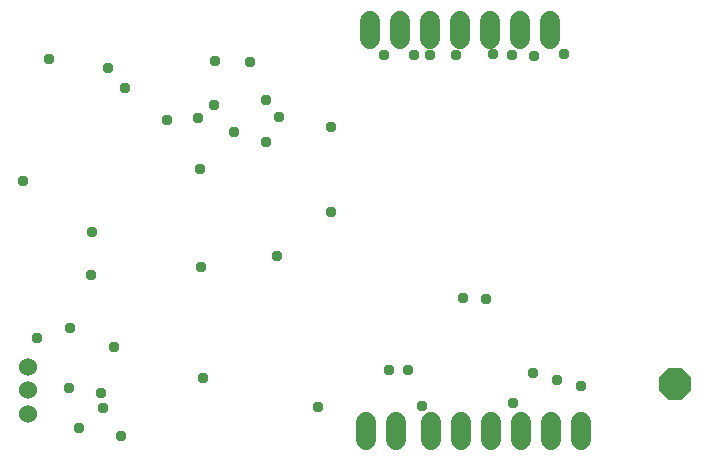
<source format=gbr>
G04 EAGLE Gerber RS-274X export*
G75*
%MOMM*%
%FSLAX34Y34*%
%LPD*%
%INSoldermask Bottom*%
%IPPOS*%
%AMOC8*
5,1,8,0,0,1.08239X$1,22.5*%
G01*
%ADD10C,1.524000*%
%ADD11P,2.969212X8X22.500000*%
%ADD12C,1.727200*%
%ADD13C,0.959600*%


D10*
X30480Y43180D03*
X30480Y63246D03*
X30480Y83058D03*
D11*
X577920Y68580D03*
D12*
X498550Y36370D02*
X498550Y21130D01*
X473150Y21130D02*
X473150Y36370D01*
X447750Y36370D02*
X447750Y21130D01*
X422350Y21130D02*
X422350Y36370D01*
X396950Y36370D02*
X396950Y21130D01*
X371550Y21130D02*
X371550Y36370D01*
X320040Y360680D02*
X320040Y375920D01*
X345440Y375920D02*
X345440Y360680D01*
X370840Y360680D02*
X370840Y375920D01*
X396240Y375920D02*
X396240Y360680D01*
X421640Y360680D02*
X421640Y375920D01*
X447040Y375920D02*
X447040Y360680D01*
X472440Y360680D02*
X472440Y375920D01*
X316300Y36620D02*
X316300Y21380D01*
X341700Y21380D02*
X341700Y36620D01*
D13*
X188420Y342010D03*
X65630Y65360D03*
X103000Y100000D03*
X148000Y292000D03*
X176000Y250000D03*
X48600Y343200D03*
X25900Y240600D03*
X38000Y107000D03*
X363950Y49950D03*
X352000Y79846D03*
X336000Y79846D03*
X287338Y285750D03*
X418338Y140413D03*
X287338Y214313D03*
X398700Y141413D03*
X73425Y31450D03*
X459000Y346000D03*
X484313Y347813D03*
X276050Y48800D03*
X176800Y167513D03*
X178625Y73775D03*
X84488Y197263D03*
X92075Y61150D03*
X84000Y161000D03*
X94000Y48000D03*
X109000Y24000D03*
X66000Y116000D03*
X242763Y294350D03*
X218663Y340913D03*
X232300Y308750D03*
X174738Y293975D03*
X241063Y176800D03*
X187818Y304853D03*
X231763Y273425D03*
X205075Y282038D03*
X98400Y335600D03*
X112300Y319300D03*
X441000Y52000D03*
X478450Y72050D03*
X498450Y66650D03*
X458450Y77450D03*
X440000Y347000D03*
X424000Y348000D03*
X393000Y347000D03*
X371000Y347000D03*
X357000Y347000D03*
X332000Y347000D03*
M02*

</source>
